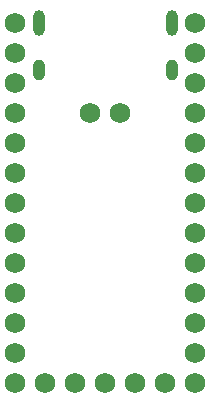
<source format=gbr>
%TF.GenerationSoftware,KiCad,Pcbnew,(6.0.1)*%
%TF.CreationDate,2022-01-23T22:32:30+01:00*%
%TF.ProjectId,pluto,706c7574-6f2e-46b6-9963-61645f706362,1.0*%
%TF.SameCoordinates,Original*%
%TF.FileFunction,Soldermask,Bot*%
%TF.FilePolarity,Negative*%
%FSLAX46Y46*%
G04 Gerber Fmt 4.6, Leading zero omitted, Abs format (unit mm)*
G04 Created by KiCad (PCBNEW (6.0.1)) date 2022-01-23 22:32:30*
%MOMM*%
%LPD*%
G01*
G04 APERTURE LIST*
%ADD10C,1.752600*%
%ADD11O,1.000000X2.200000*%
%ADD12O,1.000000X1.800000*%
G04 APERTURE END LIST*
D10*
%TO.C,J3*%
X105580000Y-59575000D03*
X108120000Y-59575000D03*
X114470000Y-51955000D03*
X114470000Y-54495000D03*
X114470000Y-57035000D03*
X114470000Y-59575000D03*
X114470000Y-62115000D03*
X114470000Y-64655000D03*
X114470000Y-67195000D03*
X114470000Y-69735000D03*
X114470000Y-72275000D03*
X114470000Y-74815000D03*
X114470000Y-77355000D03*
X114470000Y-79895000D03*
X114470000Y-82435000D03*
X111930000Y-82435000D03*
X109390000Y-82435000D03*
X106850000Y-82435000D03*
X104310000Y-82435000D03*
X101770000Y-82435000D03*
X99230000Y-82435000D03*
X99230000Y-79895000D03*
X99230000Y-77355000D03*
X99230000Y-74815000D03*
X99230000Y-72275000D03*
X99230000Y-69735000D03*
X99230000Y-67195000D03*
X99230000Y-64655000D03*
X99230000Y-62115000D03*
X99230000Y-59575000D03*
X99230000Y-57035000D03*
X99230000Y-54495000D03*
X99230000Y-51955000D03*
%TD*%
D11*
%TO.C,J1*%
X112470000Y-51935000D03*
X101230000Y-51935000D03*
D12*
X101230000Y-55935000D03*
X112470000Y-55935000D03*
%TD*%
M02*

</source>
